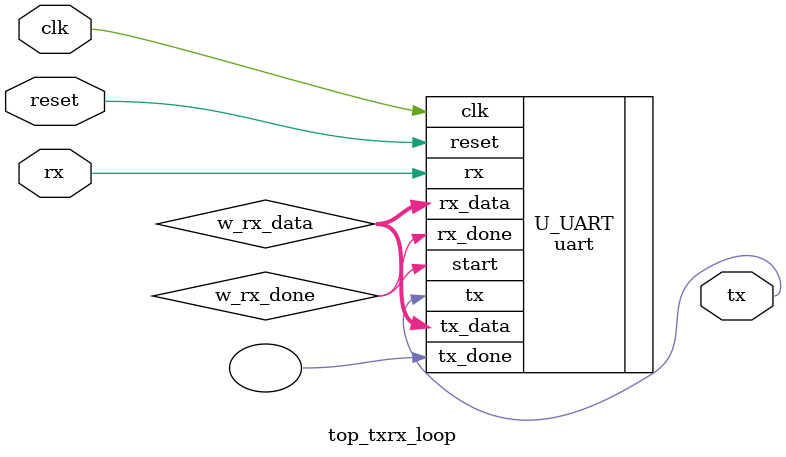
<source format=v>
`timescale 1ns / 1ps


module top_txrx_loop (
    input  clk,
    input  reset,
    // Transmitter
    output tx,
    // Receiver
    input  rx
);

    wire [7:0] w_rx_data;
    wire w_rx_done;

    uart U_UART (
        .clk(clk),
        .reset(reset),
        // Transmitter
        .start(w_rx_done),
        .tx_data(w_rx_data),
        .tx(tx),
        .tx_done(),
        // Receiver
        .rx(rx),
        .rx_data(w_rx_data),
        .rx_done(w_rx_done)
    );

endmodule

</source>
